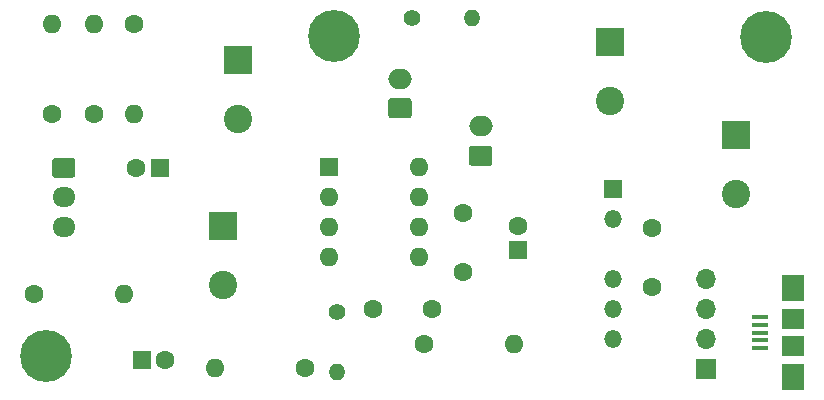
<source format=gbr>
%TF.GenerationSoftware,KiCad,Pcbnew,5.1.12*%
%TF.CreationDate,2022-01-03T10:53:03+01:00*%
%TF.ProjectId,diy-schematics,6469792d-7363-4686-956d-61746963732e,rev?*%
%TF.SameCoordinates,Original*%
%TF.FileFunction,Soldermask,Top*%
%TF.FilePolarity,Negative*%
%FSLAX46Y46*%
G04 Gerber Fmt 4.6, Leading zero omitted, Abs format (unit mm)*
G04 Created by KiCad (PCBNEW 5.1.12) date 2022-01-03 10:53:03*
%MOMM*%
%LPD*%
G01*
G04 APERTURE LIST*
%ADD10R,1.600000X1.600000*%
%ADD11C,1.600000*%
%ADD12O,1.600000X1.600000*%
%ADD13R,2.400000X2.400000*%
%ADD14C,2.400000*%
%ADD15O,2.000000X1.700000*%
%ADD16R,1.900000X1.800000*%
%ADD17R,1.900000X2.300000*%
%ADD18R,1.400000X0.400000*%
%ADD19R,1.700000X1.700000*%
%ADD20O,1.700000X1.700000*%
%ADD21O,1.950000X1.700000*%
%ADD22O,1.400000X1.400000*%
%ADD23C,1.400000*%
%ADD24R,1.500000X1.500000*%
%ADD25O,1.500000X1.500000*%
%ADD26C,4.400000*%
G04 APERTURE END LIST*
D10*
%TO.C,C1*%
X41656000Y-178054000D03*
D11*
X39656000Y-178054000D03*
%TD*%
D12*
%TO.C,R5*%
X39508000Y-173482000D03*
D11*
X39508000Y-165862000D03*
%TD*%
D13*
%TO.C,C5*%
X79756000Y-167386000D03*
D14*
X79756000Y-172386000D03*
%TD*%
D11*
%TO.C,C10*%
X83312000Y-183134000D03*
X83312000Y-188134000D03*
%TD*%
%TO.C,C3*%
X67310000Y-186864000D03*
X67310000Y-181864000D03*
%TD*%
D14*
%TO.C,C4*%
X90424000Y-180260000D03*
D13*
X90424000Y-175260000D03*
%TD*%
%TO.C,C6*%
X48260000Y-168910000D03*
D14*
X48260000Y-173910000D03*
%TD*%
%TO.C,C7*%
X47000000Y-188000000D03*
D13*
X47000000Y-183000000D03*
%TD*%
D11*
%TO.C,C9*%
X59690000Y-189992000D03*
X64690000Y-189992000D03*
%TD*%
%TO.C,J2*%
G36*
G01*
X62750000Y-173850000D02*
X61250000Y-173850000D01*
G75*
G02*
X61000000Y-173600000I0J250000D01*
G01*
X61000000Y-172400000D01*
G75*
G02*
X61250000Y-172150000I250000J0D01*
G01*
X62750000Y-172150000D01*
G75*
G02*
X63000000Y-172400000I0J-250000D01*
G01*
X63000000Y-173600000D01*
G75*
G02*
X62750000Y-173850000I-250000J0D01*
G01*
G37*
D15*
X62000000Y-170500000D03*
%TD*%
D16*
%TO.C,J4*%
X95300000Y-190850000D03*
X95300000Y-193150000D03*
D17*
X95300000Y-188250000D03*
X95300000Y-195750000D03*
D18*
X92450000Y-190700000D03*
X92450000Y-191350000D03*
X92450000Y-192000000D03*
X92450000Y-192650000D03*
X92450000Y-193300000D03*
%TD*%
D19*
%TO.C,J5*%
X87884000Y-195072000D03*
D20*
X87884000Y-192532000D03*
X87884000Y-189992000D03*
X87884000Y-187452000D03*
%TD*%
%TO.C,J6*%
G36*
G01*
X32803000Y-177204000D02*
X34253000Y-177204000D01*
G75*
G02*
X34503000Y-177454000I0J-250000D01*
G01*
X34503000Y-178654000D01*
G75*
G02*
X34253000Y-178904000I-250000J0D01*
G01*
X32803000Y-178904000D01*
G75*
G02*
X32553000Y-178654000I0J250000D01*
G01*
X32553000Y-177454000D01*
G75*
G02*
X32803000Y-177204000I250000J0D01*
G01*
G37*
D21*
X33528000Y-180554000D03*
X33528000Y-183054000D03*
%TD*%
D12*
%TO.C,R1*%
X36068000Y-165862000D03*
D11*
X36068000Y-173482000D03*
%TD*%
%TO.C,R2*%
X31000000Y-188722000D03*
D12*
X38620000Y-188722000D03*
%TD*%
D11*
%TO.C,R3*%
X32512000Y-173482000D03*
D12*
X32512000Y-165862000D03*
%TD*%
%TO.C,R4*%
X46380000Y-195000000D03*
D11*
X54000000Y-195000000D03*
%TD*%
%TO.C,R6*%
X64000000Y-193000000D03*
D12*
X71620000Y-193000000D03*
%TD*%
D22*
%TO.C,R7*%
X68072000Y-165354000D03*
D23*
X62992000Y-165354000D03*
%TD*%
%TO.C,R8*%
X56642000Y-190246000D03*
D22*
X56642000Y-195326000D03*
%TD*%
D10*
%TO.C,U1*%
X56000000Y-178000000D03*
D12*
X63620000Y-185620000D03*
X56000000Y-180540000D03*
X63620000Y-183080000D03*
X56000000Y-183080000D03*
X63620000Y-180540000D03*
X56000000Y-185620000D03*
X63620000Y-178000000D03*
%TD*%
D24*
%TO.C,U2*%
X80010000Y-179832000D03*
D25*
X80010000Y-182372000D03*
X80010000Y-187452000D03*
X80010000Y-189992000D03*
X80010000Y-192532000D03*
%TD*%
D11*
%TO.C,C2*%
X42132000Y-194310000D03*
D10*
X40132000Y-194310000D03*
%TD*%
%TO.C,C8*%
X72000000Y-185000000D03*
D11*
X72000000Y-183000000D03*
%TD*%
%TO.C,J3*%
G36*
G01*
X69584000Y-177888000D02*
X68084000Y-177888000D01*
G75*
G02*
X67834000Y-177638000I0J250000D01*
G01*
X67834000Y-176438000D01*
G75*
G02*
X68084000Y-176188000I250000J0D01*
G01*
X69584000Y-176188000D01*
G75*
G02*
X69834000Y-176438000I0J-250000D01*
G01*
X69834000Y-177638000D01*
G75*
G02*
X69584000Y-177888000I-250000J0D01*
G01*
G37*
D15*
X68834000Y-174538000D03*
%TD*%
D26*
%TO.C,H1*%
X56388000Y-166878000D03*
%TD*%
%TO.C,H2*%
X93000000Y-167000000D03*
%TD*%
%TO.C,H3*%
X32000000Y-194000000D03*
%TD*%
M02*

</source>
